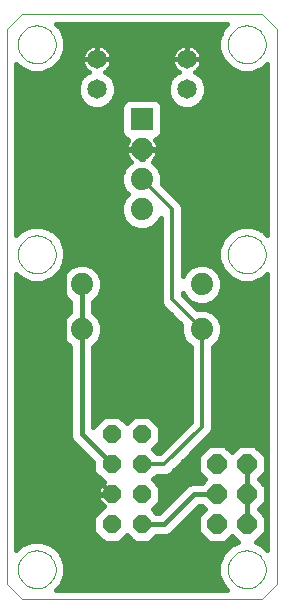
<source format=gtl>
G75*
G70*
%OFA0B0*%
%FSLAX24Y24*%
%IPPOS*%
%LPD*%
%AMOC8*
5,1,8,0,0,1.08239X$1,22.5*
%
%ADD10C,0.0000*%
%ADD11OC8,0.0600*%
%ADD12OC8,0.0640*%
%ADD13C,0.0740*%
%ADD14C,0.0650*%
%ADD15R,0.0740X0.0740*%
%ADD16C,0.0150*%
%ADD17C,0.0476*%
%ADD18C,0.0120*%
D10*
X001675Y001175D02*
X001175Y001675D01*
X001175Y020175D01*
X001675Y020675D01*
X009675Y020675D01*
X010175Y020175D01*
X010175Y001675D01*
X009675Y001175D01*
X001675Y001175D01*
X001545Y002175D02*
X001547Y002225D01*
X001553Y002275D01*
X001563Y002324D01*
X001577Y002372D01*
X001594Y002419D01*
X001615Y002464D01*
X001640Y002508D01*
X001668Y002549D01*
X001700Y002588D01*
X001734Y002625D01*
X001771Y002659D01*
X001811Y002689D01*
X001853Y002716D01*
X001897Y002740D01*
X001943Y002761D01*
X001990Y002777D01*
X002038Y002790D01*
X002088Y002799D01*
X002137Y002804D01*
X002188Y002805D01*
X002238Y002802D01*
X002287Y002795D01*
X002336Y002784D01*
X002384Y002769D01*
X002430Y002751D01*
X002475Y002729D01*
X002518Y002703D01*
X002559Y002674D01*
X002598Y002642D01*
X002634Y002607D01*
X002666Y002569D01*
X002696Y002529D01*
X002723Y002486D01*
X002746Y002442D01*
X002765Y002396D01*
X002781Y002348D01*
X002793Y002299D01*
X002801Y002250D01*
X002805Y002200D01*
X002805Y002150D01*
X002801Y002100D01*
X002793Y002051D01*
X002781Y002002D01*
X002765Y001954D01*
X002746Y001908D01*
X002723Y001864D01*
X002696Y001821D01*
X002666Y001781D01*
X002634Y001743D01*
X002598Y001708D01*
X002559Y001676D01*
X002518Y001647D01*
X002475Y001621D01*
X002430Y001599D01*
X002384Y001581D01*
X002336Y001566D01*
X002287Y001555D01*
X002238Y001548D01*
X002188Y001545D01*
X002137Y001546D01*
X002088Y001551D01*
X002038Y001560D01*
X001990Y001573D01*
X001943Y001589D01*
X001897Y001610D01*
X001853Y001634D01*
X001811Y001661D01*
X001771Y001691D01*
X001734Y001725D01*
X001700Y001762D01*
X001668Y001801D01*
X001640Y001842D01*
X001615Y001886D01*
X001594Y001931D01*
X001577Y001978D01*
X001563Y002026D01*
X001553Y002075D01*
X001547Y002125D01*
X001545Y002175D01*
X001545Y012675D02*
X001547Y012725D01*
X001553Y012775D01*
X001563Y012824D01*
X001577Y012872D01*
X001594Y012919D01*
X001615Y012964D01*
X001640Y013008D01*
X001668Y013049D01*
X001700Y013088D01*
X001734Y013125D01*
X001771Y013159D01*
X001811Y013189D01*
X001853Y013216D01*
X001897Y013240D01*
X001943Y013261D01*
X001990Y013277D01*
X002038Y013290D01*
X002088Y013299D01*
X002137Y013304D01*
X002188Y013305D01*
X002238Y013302D01*
X002287Y013295D01*
X002336Y013284D01*
X002384Y013269D01*
X002430Y013251D01*
X002475Y013229D01*
X002518Y013203D01*
X002559Y013174D01*
X002598Y013142D01*
X002634Y013107D01*
X002666Y013069D01*
X002696Y013029D01*
X002723Y012986D01*
X002746Y012942D01*
X002765Y012896D01*
X002781Y012848D01*
X002793Y012799D01*
X002801Y012750D01*
X002805Y012700D01*
X002805Y012650D01*
X002801Y012600D01*
X002793Y012551D01*
X002781Y012502D01*
X002765Y012454D01*
X002746Y012408D01*
X002723Y012364D01*
X002696Y012321D01*
X002666Y012281D01*
X002634Y012243D01*
X002598Y012208D01*
X002559Y012176D01*
X002518Y012147D01*
X002475Y012121D01*
X002430Y012099D01*
X002384Y012081D01*
X002336Y012066D01*
X002287Y012055D01*
X002238Y012048D01*
X002188Y012045D01*
X002137Y012046D01*
X002088Y012051D01*
X002038Y012060D01*
X001990Y012073D01*
X001943Y012089D01*
X001897Y012110D01*
X001853Y012134D01*
X001811Y012161D01*
X001771Y012191D01*
X001734Y012225D01*
X001700Y012262D01*
X001668Y012301D01*
X001640Y012342D01*
X001615Y012386D01*
X001594Y012431D01*
X001577Y012478D01*
X001563Y012526D01*
X001553Y012575D01*
X001547Y012625D01*
X001545Y012675D01*
X001545Y019675D02*
X001547Y019725D01*
X001553Y019775D01*
X001563Y019824D01*
X001577Y019872D01*
X001594Y019919D01*
X001615Y019964D01*
X001640Y020008D01*
X001668Y020049D01*
X001700Y020088D01*
X001734Y020125D01*
X001771Y020159D01*
X001811Y020189D01*
X001853Y020216D01*
X001897Y020240D01*
X001943Y020261D01*
X001990Y020277D01*
X002038Y020290D01*
X002088Y020299D01*
X002137Y020304D01*
X002188Y020305D01*
X002238Y020302D01*
X002287Y020295D01*
X002336Y020284D01*
X002384Y020269D01*
X002430Y020251D01*
X002475Y020229D01*
X002518Y020203D01*
X002559Y020174D01*
X002598Y020142D01*
X002634Y020107D01*
X002666Y020069D01*
X002696Y020029D01*
X002723Y019986D01*
X002746Y019942D01*
X002765Y019896D01*
X002781Y019848D01*
X002793Y019799D01*
X002801Y019750D01*
X002805Y019700D01*
X002805Y019650D01*
X002801Y019600D01*
X002793Y019551D01*
X002781Y019502D01*
X002765Y019454D01*
X002746Y019408D01*
X002723Y019364D01*
X002696Y019321D01*
X002666Y019281D01*
X002634Y019243D01*
X002598Y019208D01*
X002559Y019176D01*
X002518Y019147D01*
X002475Y019121D01*
X002430Y019099D01*
X002384Y019081D01*
X002336Y019066D01*
X002287Y019055D01*
X002238Y019048D01*
X002188Y019045D01*
X002137Y019046D01*
X002088Y019051D01*
X002038Y019060D01*
X001990Y019073D01*
X001943Y019089D01*
X001897Y019110D01*
X001853Y019134D01*
X001811Y019161D01*
X001771Y019191D01*
X001734Y019225D01*
X001700Y019262D01*
X001668Y019301D01*
X001640Y019342D01*
X001615Y019386D01*
X001594Y019431D01*
X001577Y019478D01*
X001563Y019526D01*
X001553Y019575D01*
X001547Y019625D01*
X001545Y019675D01*
X008545Y019675D02*
X008547Y019725D01*
X008553Y019775D01*
X008563Y019824D01*
X008577Y019872D01*
X008594Y019919D01*
X008615Y019964D01*
X008640Y020008D01*
X008668Y020049D01*
X008700Y020088D01*
X008734Y020125D01*
X008771Y020159D01*
X008811Y020189D01*
X008853Y020216D01*
X008897Y020240D01*
X008943Y020261D01*
X008990Y020277D01*
X009038Y020290D01*
X009088Y020299D01*
X009137Y020304D01*
X009188Y020305D01*
X009238Y020302D01*
X009287Y020295D01*
X009336Y020284D01*
X009384Y020269D01*
X009430Y020251D01*
X009475Y020229D01*
X009518Y020203D01*
X009559Y020174D01*
X009598Y020142D01*
X009634Y020107D01*
X009666Y020069D01*
X009696Y020029D01*
X009723Y019986D01*
X009746Y019942D01*
X009765Y019896D01*
X009781Y019848D01*
X009793Y019799D01*
X009801Y019750D01*
X009805Y019700D01*
X009805Y019650D01*
X009801Y019600D01*
X009793Y019551D01*
X009781Y019502D01*
X009765Y019454D01*
X009746Y019408D01*
X009723Y019364D01*
X009696Y019321D01*
X009666Y019281D01*
X009634Y019243D01*
X009598Y019208D01*
X009559Y019176D01*
X009518Y019147D01*
X009475Y019121D01*
X009430Y019099D01*
X009384Y019081D01*
X009336Y019066D01*
X009287Y019055D01*
X009238Y019048D01*
X009188Y019045D01*
X009137Y019046D01*
X009088Y019051D01*
X009038Y019060D01*
X008990Y019073D01*
X008943Y019089D01*
X008897Y019110D01*
X008853Y019134D01*
X008811Y019161D01*
X008771Y019191D01*
X008734Y019225D01*
X008700Y019262D01*
X008668Y019301D01*
X008640Y019342D01*
X008615Y019386D01*
X008594Y019431D01*
X008577Y019478D01*
X008563Y019526D01*
X008553Y019575D01*
X008547Y019625D01*
X008545Y019675D01*
X008545Y012675D02*
X008547Y012725D01*
X008553Y012775D01*
X008563Y012824D01*
X008577Y012872D01*
X008594Y012919D01*
X008615Y012964D01*
X008640Y013008D01*
X008668Y013049D01*
X008700Y013088D01*
X008734Y013125D01*
X008771Y013159D01*
X008811Y013189D01*
X008853Y013216D01*
X008897Y013240D01*
X008943Y013261D01*
X008990Y013277D01*
X009038Y013290D01*
X009088Y013299D01*
X009137Y013304D01*
X009188Y013305D01*
X009238Y013302D01*
X009287Y013295D01*
X009336Y013284D01*
X009384Y013269D01*
X009430Y013251D01*
X009475Y013229D01*
X009518Y013203D01*
X009559Y013174D01*
X009598Y013142D01*
X009634Y013107D01*
X009666Y013069D01*
X009696Y013029D01*
X009723Y012986D01*
X009746Y012942D01*
X009765Y012896D01*
X009781Y012848D01*
X009793Y012799D01*
X009801Y012750D01*
X009805Y012700D01*
X009805Y012650D01*
X009801Y012600D01*
X009793Y012551D01*
X009781Y012502D01*
X009765Y012454D01*
X009746Y012408D01*
X009723Y012364D01*
X009696Y012321D01*
X009666Y012281D01*
X009634Y012243D01*
X009598Y012208D01*
X009559Y012176D01*
X009518Y012147D01*
X009475Y012121D01*
X009430Y012099D01*
X009384Y012081D01*
X009336Y012066D01*
X009287Y012055D01*
X009238Y012048D01*
X009188Y012045D01*
X009137Y012046D01*
X009088Y012051D01*
X009038Y012060D01*
X008990Y012073D01*
X008943Y012089D01*
X008897Y012110D01*
X008853Y012134D01*
X008811Y012161D01*
X008771Y012191D01*
X008734Y012225D01*
X008700Y012262D01*
X008668Y012301D01*
X008640Y012342D01*
X008615Y012386D01*
X008594Y012431D01*
X008577Y012478D01*
X008563Y012526D01*
X008553Y012575D01*
X008547Y012625D01*
X008545Y012675D01*
X008545Y002175D02*
X008547Y002225D01*
X008553Y002275D01*
X008563Y002324D01*
X008577Y002372D01*
X008594Y002419D01*
X008615Y002464D01*
X008640Y002508D01*
X008668Y002549D01*
X008700Y002588D01*
X008734Y002625D01*
X008771Y002659D01*
X008811Y002689D01*
X008853Y002716D01*
X008897Y002740D01*
X008943Y002761D01*
X008990Y002777D01*
X009038Y002790D01*
X009088Y002799D01*
X009137Y002804D01*
X009188Y002805D01*
X009238Y002802D01*
X009287Y002795D01*
X009336Y002784D01*
X009384Y002769D01*
X009430Y002751D01*
X009475Y002729D01*
X009518Y002703D01*
X009559Y002674D01*
X009598Y002642D01*
X009634Y002607D01*
X009666Y002569D01*
X009696Y002529D01*
X009723Y002486D01*
X009746Y002442D01*
X009765Y002396D01*
X009781Y002348D01*
X009793Y002299D01*
X009801Y002250D01*
X009805Y002200D01*
X009805Y002150D01*
X009801Y002100D01*
X009793Y002051D01*
X009781Y002002D01*
X009765Y001954D01*
X009746Y001908D01*
X009723Y001864D01*
X009696Y001821D01*
X009666Y001781D01*
X009634Y001743D01*
X009598Y001708D01*
X009559Y001676D01*
X009518Y001647D01*
X009475Y001621D01*
X009430Y001599D01*
X009384Y001581D01*
X009336Y001566D01*
X009287Y001555D01*
X009238Y001548D01*
X009188Y001545D01*
X009137Y001546D01*
X009088Y001551D01*
X009038Y001560D01*
X008990Y001573D01*
X008943Y001589D01*
X008897Y001610D01*
X008853Y001634D01*
X008811Y001661D01*
X008771Y001691D01*
X008734Y001725D01*
X008700Y001762D01*
X008668Y001801D01*
X008640Y001842D01*
X008615Y001886D01*
X008594Y001931D01*
X008577Y001978D01*
X008563Y002026D01*
X008553Y002075D01*
X008547Y002125D01*
X008545Y002175D01*
D11*
X005675Y003675D03*
X005675Y004675D03*
X005675Y005675D03*
X005675Y006675D03*
X004675Y006675D03*
X004675Y005675D03*
X004675Y004675D03*
X004675Y003675D03*
D12*
X008175Y003675D03*
X008175Y004675D03*
X008175Y005675D03*
X009175Y005675D03*
X009175Y004675D03*
X009175Y003675D03*
D13*
X007675Y010175D03*
X007675Y011675D03*
X005675Y014175D03*
X005675Y015175D03*
X005675Y016175D03*
X003675Y011675D03*
X003675Y010175D03*
D14*
X004175Y018175D03*
X004175Y019175D03*
X007175Y019175D03*
X007175Y018175D03*
D15*
X005675Y017175D03*
D16*
X005650Y016490D02*
X005650Y016200D01*
X005700Y016200D01*
X005700Y016490D01*
X005650Y016490D01*
X005650Y016471D02*
X005700Y016471D01*
X005700Y016322D02*
X005650Y016322D01*
X005650Y016200D02*
X005650Y016150D01*
X005650Y015860D01*
X005700Y015860D01*
X005700Y016150D01*
X005700Y016200D01*
X006220Y016200D01*
X006220Y016218D01*
X006207Y016303D01*
X006180Y016384D01*
X006141Y016461D01*
X006117Y016494D01*
X006223Y016538D01*
X006312Y016627D01*
X006360Y016742D01*
X006360Y017608D01*
X006312Y017723D01*
X006223Y017812D01*
X006108Y017860D01*
X005242Y017860D01*
X005127Y017812D01*
X005038Y017723D01*
X004990Y017608D01*
X004990Y016742D01*
X005038Y016627D01*
X005127Y016538D01*
X005233Y016494D01*
X005209Y016461D01*
X005170Y016384D01*
X005143Y016303D01*
X005130Y016218D01*
X005130Y016200D01*
X005650Y016200D01*
X005650Y016174D02*
X001490Y016174D01*
X001490Y016322D02*
X005150Y016322D01*
X005216Y016471D02*
X001490Y016471D01*
X001490Y016619D02*
X005045Y016619D01*
X004990Y016768D02*
X001490Y016768D01*
X001490Y016916D02*
X004990Y016916D01*
X004990Y017065D02*
X001490Y017065D01*
X001490Y017213D02*
X004990Y017213D01*
X004990Y017362D02*
X001490Y017362D01*
X001490Y017510D02*
X004990Y017510D01*
X005011Y017659D02*
X004564Y017659D01*
X004538Y017632D02*
X004718Y017812D01*
X004815Y018048D01*
X004815Y018302D01*
X004718Y018538D01*
X004538Y018718D01*
X004447Y018755D01*
X004501Y018794D01*
X004556Y018849D01*
X004603Y018913D01*
X004638Y018983D01*
X004663Y019058D01*
X004675Y019136D01*
X004675Y019175D01*
X004675Y019214D01*
X004663Y019292D01*
X006687Y019292D01*
X006675Y019214D01*
X006675Y019175D01*
X007175Y019175D01*
X004925Y019175D01*
X004925Y016175D01*
X005675Y016175D01*
X005700Y016174D02*
X009860Y016174D01*
X009860Y016322D02*
X006200Y016322D01*
X006134Y016471D02*
X009860Y016471D01*
X009860Y016619D02*
X006305Y016619D01*
X006360Y016768D02*
X009860Y016768D01*
X009860Y016916D02*
X006360Y016916D01*
X006360Y017065D02*
X009860Y017065D01*
X009860Y017213D02*
X006360Y017213D01*
X006360Y017362D02*
X009860Y017362D01*
X009860Y017510D02*
X006360Y017510D01*
X006339Y017659D02*
X006786Y017659D01*
X006812Y017632D02*
X006632Y017812D01*
X006535Y018048D01*
X006535Y018302D01*
X006632Y018538D01*
X006812Y018718D01*
X006903Y018755D01*
X006849Y018794D01*
X006794Y018849D01*
X006747Y018913D01*
X006712Y018983D01*
X006687Y019058D01*
X006675Y019136D01*
X006675Y019175D01*
X007175Y019175D01*
X007675Y019175D01*
X007675Y019214D01*
X007663Y019292D01*
X008311Y019292D01*
X008372Y019144D02*
X007675Y019144D01*
X007675Y019136D02*
X007675Y019175D01*
X007175Y019175D01*
X007175Y019175D01*
X007175Y019175D01*
X007175Y019675D01*
X007214Y019675D01*
X007292Y019663D01*
X007367Y019638D01*
X007437Y019603D01*
X007501Y019556D01*
X007556Y019501D01*
X007603Y019437D01*
X007638Y019367D01*
X007663Y019292D01*
X007675Y019136D02*
X007663Y019058D01*
X007638Y018983D01*
X007603Y018913D01*
X007556Y018849D01*
X007501Y018794D01*
X007447Y018755D01*
X007538Y018718D01*
X007718Y018538D01*
X007815Y018302D01*
X007815Y018048D01*
X007718Y017812D01*
X007538Y017632D01*
X007302Y017535D01*
X007048Y017535D01*
X006812Y017632D01*
X006638Y017807D02*
X006228Y017807D01*
X006573Y017956D02*
X004777Y017956D01*
X004815Y018104D02*
X006535Y018104D01*
X006535Y018253D02*
X004815Y018253D01*
X004774Y018401D02*
X006576Y018401D01*
X006644Y018550D02*
X004706Y018550D01*
X004557Y018698D02*
X006793Y018698D01*
X006796Y018847D02*
X004554Y018847D01*
X004642Y018995D02*
X006708Y018995D01*
X006675Y019144D02*
X004675Y019144D01*
X004675Y019175D02*
X004175Y019175D01*
X004925Y019175D01*
X004675Y019175D02*
X004175Y019175D01*
X004175Y019175D01*
X004175Y019175D01*
X004175Y019675D01*
X004214Y019675D01*
X004292Y019663D01*
X004367Y019638D01*
X004437Y019603D01*
X004501Y019556D01*
X004556Y019501D01*
X004603Y019437D01*
X004638Y019367D01*
X004663Y019292D01*
X004600Y019441D02*
X006750Y019441D01*
X006747Y019437D02*
X006712Y019367D01*
X006687Y019292D01*
X006747Y019437D02*
X006794Y019501D01*
X006849Y019556D01*
X006913Y019603D01*
X006983Y019638D01*
X007058Y019663D01*
X007136Y019675D01*
X007175Y019675D01*
X007175Y019175D01*
X007175Y019175D01*
X007175Y019292D02*
X007175Y019292D01*
X007175Y019441D02*
X007175Y019441D01*
X007175Y019589D02*
X007175Y019589D01*
X007456Y019589D02*
X008230Y019589D01*
X008230Y019487D02*
X008374Y019140D01*
X008640Y018874D01*
X008987Y018730D01*
X009363Y018730D01*
X009710Y018874D01*
X009860Y019024D01*
X009860Y013326D01*
X009710Y013476D01*
X009363Y013620D01*
X008987Y013620D01*
X008640Y013476D01*
X008374Y013210D01*
X008230Y012863D01*
X008230Y012487D01*
X008374Y012140D01*
X008640Y011874D01*
X008987Y011730D01*
X009363Y011730D01*
X009710Y011874D01*
X009860Y012024D01*
X009860Y002826D01*
X009710Y002976D01*
X009473Y003075D01*
X009810Y003412D01*
X009810Y003938D01*
X009573Y004175D01*
X009810Y004412D01*
X009810Y004938D01*
X009573Y005175D01*
X009810Y005412D01*
X009810Y005938D01*
X009438Y006310D01*
X008912Y006310D01*
X008675Y006073D01*
X008438Y006310D01*
X007912Y006310D01*
X007540Y005938D01*
X007540Y005412D01*
X007777Y005175D01*
X007667Y005065D01*
X007347Y005065D01*
X007204Y005006D01*
X007094Y004896D01*
X006263Y004065D01*
X006155Y004065D01*
X006045Y004175D01*
X006290Y004420D01*
X006290Y004930D01*
X006045Y005175D01*
X006170Y005300D01*
X006500Y005300D01*
X006637Y005357D01*
X006743Y005463D01*
X007887Y006607D01*
X007993Y006713D01*
X008050Y006850D01*
X008050Y009589D01*
X008063Y009594D01*
X008256Y009787D01*
X008360Y010039D01*
X008360Y010311D01*
X008256Y010563D01*
X008063Y010756D01*
X007811Y010860D01*
X007539Y010860D01*
X007526Y010855D01*
X007050Y011330D01*
X007050Y011394D01*
X007094Y011287D01*
X007287Y011094D01*
X007539Y010990D01*
X007811Y010990D01*
X008063Y011094D01*
X008256Y011287D01*
X008360Y011539D01*
X008360Y011811D01*
X008256Y012063D01*
X008063Y012256D01*
X007811Y012360D01*
X007539Y012360D01*
X007287Y012256D01*
X007094Y012063D01*
X007050Y011956D01*
X007050Y014250D01*
X006993Y014387D01*
X006887Y014493D01*
X006355Y015026D01*
X006360Y015039D01*
X006360Y015311D01*
X006256Y015563D01*
X006063Y015756D01*
X006037Y015766D01*
X006091Y015820D01*
X006141Y015889D01*
X006180Y015966D01*
X006207Y016047D01*
X006220Y016132D01*
X006220Y016150D01*
X005700Y016150D01*
X005650Y016150D01*
X005130Y016150D01*
X005130Y016132D01*
X005143Y016047D01*
X005170Y015966D01*
X005209Y015889D01*
X005259Y015820D01*
X005313Y015766D01*
X005287Y015756D01*
X005094Y015563D01*
X004990Y015311D01*
X004990Y015039D01*
X005094Y014787D01*
X005206Y014675D01*
X005094Y014563D01*
X004990Y014311D01*
X004990Y014039D01*
X005094Y013787D01*
X005287Y013594D01*
X005539Y013490D01*
X005811Y013490D01*
X006063Y013594D01*
X006256Y013787D01*
X006300Y013894D01*
X006300Y011100D01*
X006357Y010963D01*
X006995Y010324D01*
X006990Y010311D01*
X006990Y010039D01*
X007094Y009787D01*
X007287Y009594D01*
X007300Y009589D01*
X007300Y007080D01*
X006270Y006050D01*
X006170Y006050D01*
X006045Y006175D01*
X006290Y006420D01*
X006290Y006930D01*
X005930Y007290D01*
X005420Y007290D01*
X005175Y007045D01*
X004930Y007290D01*
X004420Y007290D01*
X004065Y006935D01*
X004065Y009596D01*
X004256Y009787D01*
X004360Y010039D01*
X004360Y010311D01*
X004256Y010563D01*
X004065Y010754D01*
X004065Y011096D01*
X004256Y011287D01*
X004360Y011539D01*
X004360Y011811D01*
X004256Y012063D01*
X004063Y012256D01*
X003811Y012360D01*
X003539Y012360D01*
X003287Y012256D01*
X003094Y012063D01*
X002990Y011811D01*
X002990Y011539D01*
X003094Y011287D01*
X003285Y011096D01*
X003285Y010754D01*
X003094Y010563D01*
X002990Y010311D01*
X002990Y010039D01*
X003094Y009787D01*
X003285Y009596D01*
X003285Y006597D01*
X003344Y006454D01*
X003454Y006344D01*
X004060Y005738D01*
X004060Y005420D01*
X004404Y005076D01*
X004200Y004872D01*
X004200Y004690D01*
X004660Y004690D01*
X004660Y004660D01*
X004200Y004660D01*
X004200Y004478D01*
X004404Y004274D01*
X004060Y003930D01*
X004060Y003420D01*
X004420Y003060D01*
X004930Y003060D01*
X005175Y003305D01*
X005420Y003060D01*
X005930Y003060D01*
X006155Y003285D01*
X006503Y003285D01*
X006646Y003344D01*
X006756Y003454D01*
X007587Y004285D01*
X007667Y004285D01*
X007777Y004175D01*
X007540Y003938D01*
X007540Y003412D01*
X007912Y003040D01*
X008438Y003040D01*
X008675Y003277D01*
X008877Y003075D01*
X008640Y002976D01*
X008374Y002710D01*
X008230Y002363D01*
X008230Y001987D01*
X008374Y001640D01*
X008524Y001490D01*
X002826Y001490D01*
X002976Y001640D01*
X003120Y001987D01*
X003120Y002363D01*
X002976Y002710D01*
X002710Y002976D01*
X002363Y003120D01*
X001987Y003120D01*
X001640Y002976D01*
X001490Y002826D01*
X001490Y012024D01*
X001640Y011874D01*
X001987Y011730D01*
X002363Y011730D01*
X002710Y011874D01*
X002976Y012140D01*
X003120Y012487D01*
X003120Y012863D01*
X002976Y013210D01*
X002710Y013476D01*
X002363Y013620D01*
X001987Y013620D01*
X001640Y013476D01*
X001490Y013326D01*
X001490Y019024D01*
X001640Y018874D01*
X001987Y018730D01*
X002363Y018730D01*
X002710Y018874D01*
X002976Y019140D01*
X003120Y019487D01*
X003120Y019863D01*
X002976Y020210D01*
X002826Y020360D01*
X008524Y020360D01*
X008374Y020210D01*
X008230Y019863D01*
X008230Y019487D01*
X008249Y019441D02*
X007600Y019441D01*
X007642Y018995D02*
X008519Y018995D01*
X008706Y018847D02*
X007554Y018847D01*
X007557Y018698D02*
X009860Y018698D01*
X009860Y018550D02*
X007706Y018550D01*
X007774Y018401D02*
X009860Y018401D01*
X009860Y018253D02*
X007815Y018253D01*
X007815Y018104D02*
X009860Y018104D01*
X009860Y017956D02*
X007777Y017956D01*
X007712Y017807D02*
X009860Y017807D01*
X009860Y017659D02*
X007564Y017659D01*
X006894Y019589D02*
X004456Y019589D01*
X004175Y019589D02*
X004175Y019589D01*
X004175Y019675D02*
X004136Y019675D01*
X004058Y019663D01*
X003983Y019638D01*
X003913Y019603D01*
X003849Y019556D01*
X003794Y019501D01*
X003747Y019437D01*
X003712Y019367D01*
X003687Y019292D01*
X003039Y019292D01*
X002978Y019144D02*
X003675Y019144D01*
X003675Y019136D02*
X003687Y019058D01*
X003712Y018983D01*
X003747Y018913D01*
X003794Y018849D01*
X003849Y018794D01*
X003903Y018755D01*
X003812Y018718D01*
X003632Y018538D01*
X003535Y018302D01*
X003535Y018048D01*
X003632Y017812D01*
X003812Y017632D01*
X004048Y017535D01*
X004302Y017535D01*
X004538Y017632D01*
X004712Y017807D02*
X005122Y017807D01*
X004925Y016175D02*
X004925Y014425D01*
X003075Y012475D01*
X003075Y006275D01*
X004675Y004675D01*
X004364Y005036D02*
X001490Y005036D01*
X001490Y004888D02*
X004216Y004888D01*
X004200Y004739D02*
X001490Y004739D01*
X001490Y004591D02*
X004200Y004591D01*
X004236Y004442D02*
X001490Y004442D01*
X001490Y004294D02*
X004385Y004294D01*
X004275Y004145D02*
X001490Y004145D01*
X001490Y003997D02*
X004127Y003997D01*
X004060Y003848D02*
X001490Y003848D01*
X001490Y003700D02*
X004060Y003700D01*
X004060Y003551D02*
X001490Y003551D01*
X001490Y003403D02*
X004078Y003403D01*
X004226Y003254D02*
X001490Y003254D01*
X001490Y003106D02*
X001952Y003106D01*
X001621Y002957D02*
X001490Y002957D01*
X002398Y003106D02*
X004375Y003106D01*
X004975Y003106D02*
X005375Y003106D01*
X005226Y003254D02*
X005124Y003254D01*
X005675Y003675D02*
X006425Y003675D01*
X007425Y004675D01*
X008175Y004675D01*
X007767Y005185D02*
X006054Y005185D01*
X006184Y005036D02*
X007277Y005036D01*
X007086Y004888D02*
X006290Y004888D01*
X006290Y004739D02*
X006937Y004739D01*
X006789Y004591D02*
X006290Y004591D01*
X006290Y004442D02*
X006640Y004442D01*
X006492Y004294D02*
X006163Y004294D01*
X006075Y004145D02*
X006343Y004145D01*
X006704Y003403D02*
X007549Y003403D01*
X007540Y003551D02*
X006853Y003551D01*
X007001Y003700D02*
X007540Y003700D01*
X007540Y003848D02*
X007150Y003848D01*
X007298Y003997D02*
X007598Y003997D01*
X007747Y004145D02*
X007447Y004145D01*
X007698Y003254D02*
X006124Y003254D01*
X005975Y003106D02*
X007846Y003106D01*
X008353Y002660D02*
X002997Y002660D01*
X003058Y002512D02*
X008292Y002512D01*
X008230Y002363D02*
X003120Y002363D01*
X003120Y002215D02*
X008230Y002215D01*
X008230Y002066D02*
X003120Y002066D01*
X003091Y001918D02*
X008259Y001918D01*
X008320Y001769D02*
X003030Y001769D01*
X002957Y001621D02*
X008393Y001621D01*
X008472Y002809D02*
X002878Y002809D01*
X002729Y002957D02*
X008621Y002957D01*
X008504Y003106D02*
X008846Y003106D01*
X008698Y003254D02*
X008652Y003254D01*
X009175Y003675D02*
X009175Y004675D01*
X009175Y005675D01*
X008826Y006224D02*
X008524Y006224D01*
X008673Y006076D02*
X008677Y006076D01*
X007950Y006670D02*
X009860Y006670D01*
X009860Y006818D02*
X008037Y006818D01*
X008050Y006967D02*
X009860Y006967D01*
X009860Y007115D02*
X008050Y007115D01*
X008050Y007264D02*
X009860Y007264D01*
X009860Y007412D02*
X008050Y007412D01*
X008050Y007561D02*
X009860Y007561D01*
X009860Y007709D02*
X008050Y007709D01*
X008050Y007858D02*
X009860Y007858D01*
X009860Y008006D02*
X008050Y008006D01*
X008050Y008155D02*
X009860Y008155D01*
X009860Y008303D02*
X008050Y008303D01*
X008050Y008452D02*
X009860Y008452D01*
X009860Y008600D02*
X008050Y008600D01*
X008050Y008749D02*
X009860Y008749D01*
X009860Y008897D02*
X008050Y008897D01*
X008050Y009046D02*
X009860Y009046D01*
X009860Y009194D02*
X008050Y009194D01*
X008050Y009343D02*
X009860Y009343D01*
X009860Y009491D02*
X008050Y009491D01*
X008108Y009640D02*
X009860Y009640D01*
X009860Y009788D02*
X008256Y009788D01*
X008318Y009937D02*
X009860Y009937D01*
X009860Y010085D02*
X008360Y010085D01*
X008360Y010234D02*
X009860Y010234D01*
X009860Y010382D02*
X008331Y010382D01*
X008269Y010531D02*
X009860Y010531D01*
X009860Y010679D02*
X008140Y010679D01*
X007890Y010828D02*
X009860Y010828D01*
X009860Y010976D02*
X007404Y010976D01*
X007257Y011125D02*
X007256Y011125D01*
X007108Y011273D02*
X007107Y011273D01*
X007075Y012016D02*
X007050Y012016D01*
X007050Y012164D02*
X007195Y012164D01*
X007050Y012313D02*
X007424Y012313D01*
X007050Y012461D02*
X008241Y012461D01*
X008230Y012610D02*
X007050Y012610D01*
X007050Y012758D02*
X008230Y012758D01*
X008248Y012907D02*
X007050Y012907D01*
X007050Y013055D02*
X008310Y013055D01*
X008371Y013204D02*
X007050Y013204D01*
X007050Y013352D02*
X008516Y013352D01*
X008699Y013501D02*
X007050Y013501D01*
X007050Y013649D02*
X009860Y013649D01*
X009860Y013501D02*
X009651Y013501D01*
X009834Y013352D02*
X009860Y013352D01*
X009860Y013798D02*
X007050Y013798D01*
X007050Y013946D02*
X009860Y013946D01*
X009860Y014095D02*
X007050Y014095D01*
X007050Y014243D02*
X009860Y014243D01*
X009860Y014392D02*
X006989Y014392D01*
X006840Y014540D02*
X009860Y014540D01*
X009860Y014689D02*
X006692Y014689D01*
X006543Y014837D02*
X009860Y014837D01*
X009860Y014986D02*
X006395Y014986D01*
X006360Y015134D02*
X009860Y015134D01*
X009860Y015283D02*
X006360Y015283D01*
X006310Y015431D02*
X009860Y015431D01*
X009860Y015580D02*
X006239Y015580D01*
X006091Y015728D02*
X009860Y015728D01*
X009860Y015877D02*
X006132Y015877D01*
X006199Y016025D02*
X009860Y016025D01*
X009860Y018847D02*
X009644Y018847D01*
X009831Y018995D02*
X009860Y018995D01*
X008495Y020332D02*
X002855Y020332D01*
X002987Y020183D02*
X008363Y020183D01*
X008301Y020035D02*
X003049Y020035D01*
X003110Y019886D02*
X008240Y019886D01*
X008230Y019738D02*
X003120Y019738D01*
X003120Y019589D02*
X003894Y019589D01*
X003750Y019441D02*
X003101Y019441D01*
X002831Y018995D02*
X003708Y018995D01*
X003675Y019136D02*
X003675Y019175D01*
X004175Y019175D01*
X004175Y019175D01*
X004175Y019675D01*
X004175Y019441D02*
X004175Y019441D01*
X004175Y019292D02*
X004175Y019292D01*
X004175Y019175D02*
X003675Y019175D01*
X003675Y019214D01*
X003687Y019292D01*
X003796Y018847D02*
X002644Y018847D01*
X001706Y018847D02*
X001490Y018847D01*
X001490Y018995D02*
X001519Y018995D01*
X001490Y018698D02*
X003793Y018698D01*
X003644Y018550D02*
X001490Y018550D01*
X001490Y018401D02*
X003576Y018401D01*
X003535Y018253D02*
X001490Y018253D01*
X001490Y018104D02*
X003535Y018104D01*
X003573Y017956D02*
X001490Y017956D01*
X001490Y017807D02*
X003638Y017807D01*
X003786Y017659D02*
X001490Y017659D01*
X001490Y016025D02*
X005151Y016025D01*
X005218Y015877D02*
X001490Y015877D01*
X001490Y015728D02*
X005259Y015728D01*
X005111Y015580D02*
X001490Y015580D01*
X001490Y015431D02*
X005040Y015431D01*
X004990Y015283D02*
X001490Y015283D01*
X001490Y015134D02*
X004990Y015134D01*
X005012Y014986D02*
X001490Y014986D01*
X001490Y014837D02*
X005074Y014837D01*
X005193Y014689D02*
X001490Y014689D01*
X001490Y014540D02*
X005085Y014540D01*
X005023Y014392D02*
X001490Y014392D01*
X001490Y014243D02*
X004990Y014243D01*
X004990Y014095D02*
X001490Y014095D01*
X001490Y013946D02*
X005028Y013946D01*
X005090Y013798D02*
X001490Y013798D01*
X001490Y013649D02*
X005232Y013649D01*
X005513Y013501D02*
X002651Y013501D01*
X002834Y013352D02*
X006300Y013352D01*
X006300Y013204D02*
X002979Y013204D01*
X003040Y013055D02*
X006300Y013055D01*
X006300Y012907D02*
X003102Y012907D01*
X003120Y012758D02*
X006300Y012758D01*
X006300Y012610D02*
X003120Y012610D01*
X003109Y012461D02*
X006300Y012461D01*
X006300Y012313D02*
X003926Y012313D01*
X004155Y012164D02*
X006300Y012164D01*
X006300Y012016D02*
X004275Y012016D01*
X004337Y011867D02*
X006300Y011867D01*
X006300Y011719D02*
X004360Y011719D01*
X004360Y011570D02*
X006300Y011570D01*
X006300Y011422D02*
X004311Y011422D01*
X004242Y011273D02*
X006300Y011273D01*
X006300Y011125D02*
X004093Y011125D01*
X004065Y010976D02*
X006352Y010976D01*
X006492Y010828D02*
X004065Y010828D01*
X004140Y010679D02*
X006641Y010679D01*
X006789Y010531D02*
X004269Y010531D01*
X004331Y010382D02*
X006938Y010382D01*
X006990Y010234D02*
X004360Y010234D01*
X004360Y010085D02*
X006990Y010085D01*
X007032Y009937D02*
X004318Y009937D01*
X004256Y009788D02*
X007094Y009788D01*
X007242Y009640D02*
X004108Y009640D01*
X004065Y009491D02*
X007300Y009491D01*
X007300Y009343D02*
X004065Y009343D01*
X004065Y009194D02*
X007300Y009194D01*
X007300Y009046D02*
X004065Y009046D01*
X004065Y008897D02*
X007300Y008897D01*
X007300Y008749D02*
X004065Y008749D01*
X004065Y008600D02*
X007300Y008600D01*
X007300Y008452D02*
X004065Y008452D01*
X004065Y008303D02*
X007300Y008303D01*
X007300Y008155D02*
X004065Y008155D01*
X004065Y008006D02*
X007300Y008006D01*
X007300Y007858D02*
X004065Y007858D01*
X004065Y007709D02*
X007300Y007709D01*
X007300Y007561D02*
X004065Y007561D01*
X004065Y007412D02*
X007300Y007412D01*
X007300Y007264D02*
X005956Y007264D01*
X006105Y007115D02*
X007300Y007115D01*
X007186Y006967D02*
X006253Y006967D01*
X006290Y006818D02*
X007038Y006818D01*
X006889Y006670D02*
X006290Y006670D01*
X006290Y006521D02*
X006741Y006521D01*
X006592Y006373D02*
X006242Y006373D01*
X006094Y006224D02*
X006444Y006224D01*
X006295Y006076D02*
X006144Y006076D01*
X006579Y005333D02*
X007619Y005333D01*
X007540Y005482D02*
X006762Y005482D01*
X006910Y005630D02*
X007540Y005630D01*
X007540Y005779D02*
X007059Y005779D01*
X007207Y005927D02*
X007540Y005927D01*
X007677Y006076D02*
X007356Y006076D01*
X007504Y006224D02*
X007826Y006224D01*
X007653Y006373D02*
X009860Y006373D01*
X009860Y006521D02*
X007801Y006521D01*
X009524Y006224D02*
X009860Y006224D01*
X009860Y006076D02*
X009673Y006076D01*
X009810Y005927D02*
X009860Y005927D01*
X009860Y005779D02*
X009810Y005779D01*
X009810Y005630D02*
X009860Y005630D01*
X009860Y005482D02*
X009810Y005482D01*
X009860Y005333D02*
X009731Y005333D01*
X009860Y005185D02*
X009583Y005185D01*
X009712Y005036D02*
X009860Y005036D01*
X009860Y004888D02*
X009810Y004888D01*
X009810Y004739D02*
X009860Y004739D01*
X009860Y004591D02*
X009810Y004591D01*
X009810Y004442D02*
X009860Y004442D01*
X009860Y004294D02*
X009692Y004294D01*
X009603Y004145D02*
X009860Y004145D01*
X009860Y003997D02*
X009752Y003997D01*
X009810Y003848D02*
X009860Y003848D01*
X009860Y003700D02*
X009810Y003700D01*
X009810Y003551D02*
X009860Y003551D01*
X009860Y003403D02*
X009801Y003403D01*
X009860Y003254D02*
X009652Y003254D01*
X009504Y003106D02*
X009860Y003106D01*
X009860Y002957D02*
X009729Y002957D01*
X009860Y011125D02*
X008093Y011125D01*
X008242Y011273D02*
X009860Y011273D01*
X009860Y011422D02*
X008311Y011422D01*
X008360Y011570D02*
X009860Y011570D01*
X009860Y011719D02*
X008360Y011719D01*
X008337Y011867D02*
X008656Y011867D01*
X008498Y012016D02*
X008275Y012016D01*
X008364Y012164D02*
X008155Y012164D01*
X008302Y012313D02*
X007926Y012313D01*
X006300Y013501D02*
X005837Y013501D01*
X006118Y013649D02*
X006300Y013649D01*
X006300Y013798D02*
X006260Y013798D01*
X005700Y015877D02*
X005650Y015877D01*
X005650Y016025D02*
X005700Y016025D01*
X003424Y012313D02*
X003048Y012313D01*
X002986Y012164D02*
X003195Y012164D01*
X003075Y012016D02*
X002852Y012016D01*
X002694Y011867D02*
X003013Y011867D01*
X002990Y011719D02*
X001490Y011719D01*
X001490Y011867D02*
X001656Y011867D01*
X001498Y012016D02*
X001490Y012016D01*
X001490Y011570D02*
X002990Y011570D01*
X003039Y011422D02*
X001490Y011422D01*
X001490Y011273D02*
X003108Y011273D01*
X003257Y011125D02*
X001490Y011125D01*
X001490Y010976D02*
X003285Y010976D01*
X003285Y010828D02*
X001490Y010828D01*
X001490Y010679D02*
X003210Y010679D01*
X003081Y010531D02*
X001490Y010531D01*
X001490Y010382D02*
X003019Y010382D01*
X002990Y010234D02*
X001490Y010234D01*
X001490Y010085D02*
X002990Y010085D01*
X003032Y009937D02*
X001490Y009937D01*
X001490Y009788D02*
X003094Y009788D01*
X003242Y009640D02*
X001490Y009640D01*
X001490Y009491D02*
X003285Y009491D01*
X003285Y009343D02*
X001490Y009343D01*
X001490Y009194D02*
X003285Y009194D01*
X003285Y009046D02*
X001490Y009046D01*
X001490Y008897D02*
X003285Y008897D01*
X003285Y008749D02*
X001490Y008749D01*
X001490Y008600D02*
X003285Y008600D01*
X003285Y008452D02*
X001490Y008452D01*
X001490Y008303D02*
X003285Y008303D01*
X003285Y008155D02*
X001490Y008155D01*
X001490Y008006D02*
X003285Y008006D01*
X003285Y007858D02*
X001490Y007858D01*
X001490Y007709D02*
X003285Y007709D01*
X003285Y007561D02*
X001490Y007561D01*
X001490Y007412D02*
X003285Y007412D01*
X003285Y007264D02*
X001490Y007264D01*
X001490Y007115D02*
X003285Y007115D01*
X003285Y006967D02*
X001490Y006967D01*
X001490Y006818D02*
X003285Y006818D01*
X003285Y006670D02*
X001490Y006670D01*
X001490Y006521D02*
X003317Y006521D01*
X003426Y006373D02*
X001490Y006373D01*
X001490Y006224D02*
X003574Y006224D01*
X003723Y006076D02*
X001490Y006076D01*
X001490Y005927D02*
X003871Y005927D01*
X004020Y005779D02*
X001490Y005779D01*
X001490Y005630D02*
X004060Y005630D01*
X004060Y005482D02*
X001490Y005482D01*
X001490Y005333D02*
X004147Y005333D01*
X004296Y005185D02*
X001490Y005185D01*
X003675Y006675D02*
X003675Y010175D01*
X003675Y011675D01*
X001699Y013501D02*
X001490Y013501D01*
X001490Y013352D02*
X001516Y013352D01*
X004065Y007264D02*
X004394Y007264D01*
X004245Y007115D02*
X004065Y007115D01*
X004065Y006967D02*
X004097Y006967D01*
X003675Y006675D02*
X004675Y005675D01*
X005105Y007115D02*
X005245Y007115D01*
X005394Y007264D02*
X004956Y007264D01*
X009694Y011867D02*
X009860Y011867D01*
X009852Y012016D02*
X009860Y012016D01*
D17*
X008925Y010925D03*
X008925Y016675D03*
X007675Y019925D03*
X003675Y019925D03*
X002425Y016675D03*
X002425Y009925D03*
X005175Y009175D03*
D18*
X006675Y011175D02*
X007675Y010175D01*
X007675Y006925D01*
X006425Y005675D01*
X005675Y005675D01*
X006675Y011175D02*
X006675Y014175D01*
X005675Y015175D01*
M02*

</source>
